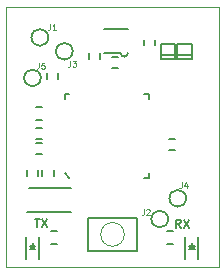
<source format=gbr>
G04 #@! TF.FileFunction,Legend,Top*
%FSLAX46Y46*%
G04 Gerber Fmt 4.6, Leading zero omitted, Abs format (unit mm)*
G04 Created by KiCad (PCBNEW 4.0.4-stable) date 07/06/18 22:18:52*
%MOMM*%
%LPD*%
G01*
G04 APERTURE LIST*
%ADD10C,0.100000*%
%ADD11C,0.175000*%
%ADD12C,0.150000*%
%ADD13C,0.127000*%
%ADD14C,0.125000*%
G04 APERTURE END LIST*
D10*
D11*
X102461667Y-95916667D02*
X102861667Y-95916667D01*
X102661667Y-96616667D02*
X102661667Y-95916667D01*
X103028333Y-95916667D02*
X103495000Y-96616667D01*
X103495000Y-95916667D02*
X103028333Y-96616667D01*
X114803334Y-96691667D02*
X114570000Y-96358333D01*
X114403334Y-96691667D02*
X114403334Y-95991667D01*
X114670000Y-95991667D01*
X114736667Y-96025000D01*
X114770000Y-96058333D01*
X114803334Y-96125000D01*
X114803334Y-96225000D01*
X114770000Y-96291667D01*
X114736667Y-96325000D01*
X114670000Y-96358333D01*
X114403334Y-96358333D01*
X115036667Y-95991667D02*
X115503334Y-96691667D01*
X115503334Y-95991667D02*
X115036667Y-96691667D01*
D10*
X100000000Y-100000000D02*
X100000000Y-78000000D01*
X118000000Y-100000000D02*
X100000000Y-100000000D01*
X118000000Y-78000000D02*
X118000000Y-100000000D01*
X100000000Y-78000000D02*
X118000000Y-78000000D01*
D12*
X103095000Y-91800000D02*
X103095000Y-92300000D01*
X104045000Y-92300000D02*
X104045000Y-91800000D01*
X102570000Y-90425000D02*
X103070000Y-90425000D01*
X103070000Y-89475000D02*
X102570000Y-89475000D01*
X101795000Y-91800000D02*
X101795000Y-92300000D01*
X102745000Y-92300000D02*
X102745000Y-91800000D01*
X102570000Y-89175000D02*
X103070000Y-89175000D01*
X103070000Y-88225000D02*
X102570000Y-88225000D01*
X111695000Y-80750000D02*
X111695000Y-81250000D01*
X112645000Y-81250000D02*
X112645000Y-80750000D01*
X107945000Y-82400000D02*
X107945000Y-81900000D01*
X106995000Y-81900000D02*
X106995000Y-82400000D01*
X114320000Y-89175000D02*
X113820000Y-89175000D01*
X113820000Y-90125000D02*
X114320000Y-90125000D01*
X103495000Y-83600000D02*
X103495000Y-84100000D01*
X104445000Y-84100000D02*
X104445000Y-83600000D01*
X116300000Y-99350000D02*
X116300000Y-97450000D01*
X115200000Y-99350000D02*
X115200000Y-97450000D01*
X115750000Y-98450000D02*
X115750000Y-98000000D01*
X115500000Y-98500000D02*
X116000000Y-98500000D01*
X115750000Y-98500000D02*
X115500000Y-98250000D01*
X115500000Y-98250000D02*
X116000000Y-98250000D01*
X116000000Y-98250000D02*
X115750000Y-98500000D01*
X102800000Y-99350000D02*
X102800000Y-97450000D01*
X101700000Y-99350000D02*
X101700000Y-97450000D01*
X102250000Y-98450000D02*
X102250000Y-98000000D01*
X102000000Y-98500000D02*
X102500000Y-98500000D01*
X102250000Y-98500000D02*
X102000000Y-98250000D01*
X102000000Y-98250000D02*
X102500000Y-98250000D01*
X102500000Y-98250000D02*
X102250000Y-98500000D01*
X103070000Y-86475000D02*
X102570000Y-86475000D01*
X102570000Y-87525000D02*
X103070000Y-87525000D01*
X114170000Y-96975000D02*
X113670000Y-96975000D01*
X113670000Y-98025000D02*
X114170000Y-98025000D01*
X103820000Y-98025000D02*
X104320000Y-98025000D01*
X104320000Y-96975000D02*
X103820000Y-96975000D01*
X101920000Y-93350000D02*
X105470000Y-93350000D01*
X101820000Y-95350000D02*
X105520000Y-95350000D01*
X114520000Y-82400000D02*
X114520000Y-81100000D01*
X114520000Y-81100000D02*
X115720000Y-81100000D01*
X115720000Y-81100000D02*
X115720000Y-82400000D01*
X115720000Y-82400000D02*
X114520000Y-82400000D01*
X114520000Y-82075000D02*
X115720000Y-82075000D01*
X113120000Y-82400000D02*
X113120000Y-81100000D01*
X113120000Y-81100000D02*
X114320000Y-81100000D01*
X114320000Y-81100000D02*
X114320000Y-82400000D01*
X114320000Y-82400000D02*
X113120000Y-82400000D01*
X113120000Y-82075000D02*
X114320000Y-82075000D01*
X109520000Y-82225000D02*
X109020000Y-82225000D01*
X109020000Y-83175000D02*
X109520000Y-83175000D01*
X113727107Y-95950000D02*
G75*
G03X113727107Y-95950000I-707107J0D01*
G01*
X115252107Y-94200000D02*
G75*
G03X115252107Y-94200000I-707107J0D01*
G01*
X109720000Y-81900000D02*
X108320000Y-81900000D01*
X110320000Y-79900000D02*
X108320000Y-79900000D01*
X109720000Y-81900000D02*
G75*
G03X110320000Y-81900000I300000J0D01*
G01*
X105370000Y-92450000D02*
X104970000Y-92050000D01*
X104970000Y-85750000D02*
X104970000Y-85350000D01*
X104970000Y-85350000D02*
X105370000Y-85350000D01*
X112070000Y-85750000D02*
X112070000Y-85350000D01*
X112070000Y-85350000D02*
X111670000Y-85350000D01*
X112070000Y-92050000D02*
X112070000Y-92450000D01*
X112070000Y-92450000D02*
X111670000Y-92450000D01*
D10*
X110020000Y-97250000D02*
G75*
G03X110020000Y-97250000I-1000000J0D01*
G01*
D13*
X106920000Y-98650000D02*
X106920000Y-95850000D01*
X111120000Y-95850000D02*
X106920000Y-95850000D01*
X111120000Y-98650000D02*
X106920000Y-98650000D01*
X111120000Y-98650000D02*
X111120000Y-95850000D01*
D12*
X103577107Y-80575000D02*
G75*
G03X103577107Y-80575000I-707107J0D01*
G01*
X105652107Y-81750000D02*
G75*
G03X105652107Y-81750000I-707107J0D01*
G01*
X102952107Y-84000000D02*
G75*
G03X102952107Y-84000000I-707107J0D01*
G01*
D14*
X111678334Y-95101190D02*
X111678334Y-95458333D01*
X111654524Y-95529762D01*
X111606905Y-95577381D01*
X111535477Y-95601190D01*
X111487858Y-95601190D01*
X111892619Y-95148810D02*
X111916429Y-95125000D01*
X111964048Y-95101190D01*
X112083095Y-95101190D01*
X112130714Y-95125000D01*
X112154524Y-95148810D01*
X112178333Y-95196429D01*
X112178333Y-95244048D01*
X112154524Y-95315476D01*
X111868810Y-95601190D01*
X112178333Y-95601190D01*
X114878334Y-92851190D02*
X114878334Y-93208333D01*
X114854524Y-93279762D01*
X114806905Y-93327381D01*
X114735477Y-93351190D01*
X114687858Y-93351190D01*
X115330714Y-93017857D02*
X115330714Y-93351190D01*
X115211667Y-92827381D02*
X115092619Y-93184524D01*
X115402143Y-93184524D01*
X103753334Y-79426190D02*
X103753334Y-79783333D01*
X103729524Y-79854762D01*
X103681905Y-79902381D01*
X103610477Y-79926190D01*
X103562858Y-79926190D01*
X104253333Y-79926190D02*
X103967619Y-79926190D01*
X104110476Y-79926190D02*
X104110476Y-79426190D01*
X104062857Y-79497619D01*
X104015238Y-79545238D01*
X103967619Y-79569048D01*
X105453334Y-82551190D02*
X105453334Y-82908333D01*
X105429524Y-82979762D01*
X105381905Y-83027381D01*
X105310477Y-83051190D01*
X105262858Y-83051190D01*
X105643810Y-82551190D02*
X105953333Y-82551190D01*
X105786667Y-82741667D01*
X105858095Y-82741667D01*
X105905714Y-82765476D01*
X105929524Y-82789286D01*
X105953333Y-82836905D01*
X105953333Y-82955952D01*
X105929524Y-83003571D01*
X105905714Y-83027381D01*
X105858095Y-83051190D01*
X105715238Y-83051190D01*
X105667619Y-83027381D01*
X105643810Y-83003571D01*
X102778334Y-82726190D02*
X102778334Y-83083333D01*
X102754524Y-83154762D01*
X102706905Y-83202381D01*
X102635477Y-83226190D01*
X102587858Y-83226190D01*
X103254524Y-82726190D02*
X103016429Y-82726190D01*
X102992619Y-82964286D01*
X103016429Y-82940476D01*
X103064048Y-82916667D01*
X103183095Y-82916667D01*
X103230714Y-82940476D01*
X103254524Y-82964286D01*
X103278333Y-83011905D01*
X103278333Y-83130952D01*
X103254524Y-83178571D01*
X103230714Y-83202381D01*
X103183095Y-83226190D01*
X103064048Y-83226190D01*
X103016429Y-83202381D01*
X102992619Y-83178571D01*
M02*

</source>
